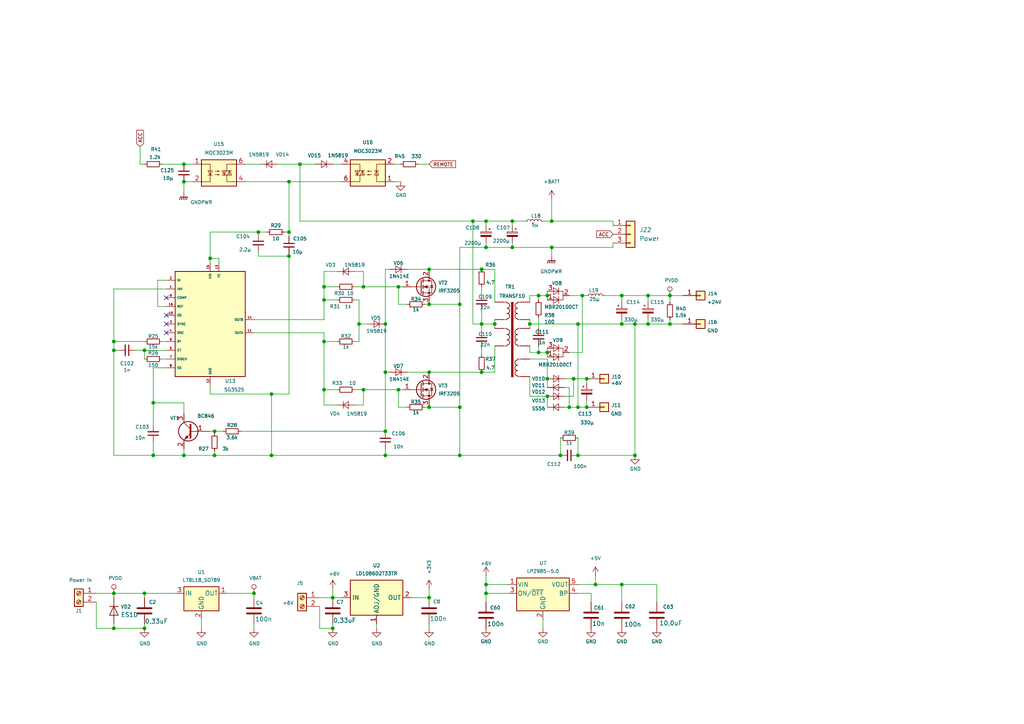
<source format=kicad_sch>
(kicad_sch (version 20230121) (generator eeschema)
  (paper "A4")
  (junction (at 33.02 172.085))
  (junction (at 158.75 114.935))
  (junction (at 160.02 71.755))
  (junction (at 166.37 109.855))
  (junction (at 133.35 132.08))
  (junction (at 74.93 67.31))
  (junction (at 153.67 93.98))
  (junction (at 33.02 182.245))
  (junction (at 78.74 132.08))
  (junction (at 187.96 85.725))
  (junction (at 111.76 93.98))
  (junction (at 60.96 74.93))
  (junction (at 53.34 52.705))
  (junction (at 41.91 182.245))
  (junction (at 83.82 52.705))
  (junction (at 124.46 173.355))
  (junction (at 96.52 173.355))
  (junction (at 137.16 64.135))
  (junction (at 93.98 86.995))
  (junction (at 194.31 85.725))
  (junction (at 180.34 85.725))
  (junction (at 86.995 47.625))
  (junction (at 168.91 85.725))
  (junction (at 73.66 172.085))
  (junction (at 167.64 132.08))
  (junction (at 33.02 101.6))
  (junction (at 162.56 132.08))
  (junction (at 62.23 132.08))
  (junction (at 33.02 99.06))
  (junction (at 140.97 169.545))
  (junction (at 180.34 169.545))
  (junction (at 105.41 83.185))
  (junction (at 184.15 132.08))
  (junction (at 180.34 93.98))
  (junction (at 133.35 118.11))
  (junction (at 105.41 113.03))
  (junction (at 124.46 118.11))
  (junction (at 194.31 93.98))
  (junction (at 53.34 132.08))
  (junction (at 160.02 64.135))
  (junction (at 140.97 71.755))
  (junction (at 139.7 93.98))
  (junction (at 167.64 118.11))
  (junction (at 44.45 132.08))
  (junction (at 158.75 109.855))
  (junction (at 83.82 67.31))
  (junction (at 62.23 125.095))
  (junction (at 124.46 107.95))
  (junction (at 170.18 118.11))
  (junction (at 140.97 64.135))
  (junction (at 167.64 93.98))
  (junction (at 111.76 107.95))
  (junction (at 158.75 102.235))
  (junction (at 133.35 88.265))
  (junction (at 115.57 113.03))
  (junction (at 93.98 99.06))
  (junction (at 156.21 102.235))
  (junction (at 41.91 172.085))
  (junction (at 139.7 107.95))
  (junction (at 148.59 64.135))
  (junction (at 41.91 101.6))
  (junction (at 158.75 85.725))
  (junction (at 83.82 74.295))
  (junction (at 124.46 88.265))
  (junction (at 44.45 116.84))
  (junction (at 104.14 93.98))
  (junction (at 96.52 182.245))
  (junction (at 139.7 78.105))
  (junction (at 78.74 114.3))
  (junction (at 148.59 71.755))
  (junction (at 111.76 125.095))
  (junction (at 143.51 93.98))
  (junction (at 165.1 118.11))
  (junction (at 111.76 132.08))
  (junction (at 124.46 78.105))
  (junction (at 170.18 109.855))
  (junction (at 53.34 47.625))
  (junction (at 140.97 172.085))
  (junction (at 156.21 85.725))
  (junction (at 93.98 113.03))
  (junction (at 93.98 83.185))
  (junction (at 172.72 169.545))
  (junction (at 115.57 83.185))
  (junction (at 184.15 93.98))
  (junction (at 187.96 93.98))
  (no_connect (at 48.26 93.98))
  (no_connect (at 48.26 86.36))
  (no_connect (at 48.26 91.44))
  (no_connect (at 48.26 96.52))
  (wire (pts (xy 53.34 130.175) (xy 53.34 132.08)))
  (wire (pts (xy 133.35 71.755) (xy 133.35 88.265)))
  (wire (pts (xy 124.46 107.95) (xy 139.7 107.95)))
  (wire (pts (xy 163.83 118.11) (xy 165.1 118.11)))
  (wire (pts (xy 171.45 172.085) (xy 171.45 174.625)))
  (wire (pts (xy 93.98 92.71) (xy 73.66 92.71)))
  (wire (pts (xy 158.75 85.725) (xy 158.75 86.995)))
  (wire (pts (xy 62.23 125.095) (xy 64.77 125.095)))
  (wire (pts (xy 158.75 109.855) (xy 158.75 112.395)))
  (wire (pts (xy 78.74 132.08) (xy 111.76 132.08)))
  (wire (pts (xy 104.14 93.98) (xy 104.14 99.06)))
  (wire (pts (xy 194.31 87.63) (xy 194.31 85.725)))
  (wire (pts (xy 96.52 173.355) (xy 99.06 173.355)))
  (wire (pts (xy 115.57 83.185) (xy 115.57 88.265)))
  (wire (pts (xy 97.79 113.03) (xy 93.98 113.03)))
  (wire (pts (xy 105.41 78.74) (xy 105.41 83.185)))
  (wire (pts (xy 109.22 180.975) (xy 109.22 182.245)))
  (wire (pts (xy 73.66 182.245) (xy 73.66 180.975)))
  (wire (pts (xy 139.7 90.17) (xy 139.7 93.98)))
  (wire (pts (xy 168.91 102.235) (xy 168.91 85.725)))
  (wire (pts (xy 157.48 64.135) (xy 160.02 64.135)))
  (wire (pts (xy 133.35 118.11) (xy 133.35 132.08)))
  (wire (pts (xy 167.64 118.11) (xy 170.18 118.11)))
  (wire (pts (xy 97.79 83.185) (xy 93.98 83.185)))
  (wire (pts (xy 160.02 64.135) (xy 177.8 64.135)))
  (wire (pts (xy 60.96 125.095) (xy 62.23 125.095)))
  (wire (pts (xy 111.76 132.08) (xy 111.76 130.175)))
  (wire (pts (xy 184.15 132.08) (xy 184.15 93.98)))
  (wire (pts (xy 180.34 169.545) (xy 180.34 174.625)))
  (wire (pts (xy 158.75 114.935) (xy 158.75 118.11)))
  (wire (pts (xy 40.64 42.545) (xy 40.64 47.625)))
  (wire (pts (xy 83.82 74.295) (xy 83.82 114.3)))
  (wire (pts (xy 41.91 173.355) (xy 41.91 172.085)))
  (wire (pts (xy 160.02 71.755) (xy 160.02 74.295)))
  (wire (pts (xy 86.995 47.625) (xy 91.44 47.625)))
  (wire (pts (xy 175.26 85.725) (xy 180.34 85.725)))
  (wire (pts (xy 172.72 169.545) (xy 180.34 169.545)))
  (wire (pts (xy 143.51 93.98) (xy 139.7 93.98)))
  (wire (pts (xy 119.38 173.355) (xy 124.46 173.355)))
  (wire (pts (xy 33.02 172.085) (xy 33.02 173.355)))
  (wire (pts (xy 71.12 47.625) (xy 75.565 47.625)))
  (wire (pts (xy 111.76 107.95) (xy 111.76 125.095)))
  (wire (pts (xy 187.96 87.63) (xy 187.96 85.725)))
  (wire (pts (xy 93.98 96.52) (xy 93.98 99.06)))
  (wire (pts (xy 168.91 85.725) (xy 170.18 85.725)))
  (wire (pts (xy 140.97 169.545) (xy 147.32 169.545)))
  (wire (pts (xy 194.31 92.71) (xy 194.31 93.98)))
  (wire (pts (xy 148.59 65.405) (xy 148.59 64.135)))
  (wire (pts (xy 33.02 101.6) (xy 33.02 132.08)))
  (wire (pts (xy 147.32 172.085) (xy 140.97 172.085)))
  (wire (pts (xy 137.16 64.135) (xy 140.97 64.135)))
  (wire (pts (xy 97.79 86.995) (xy 93.98 86.995)))
  (wire (pts (xy 124.46 88.265) (xy 133.35 88.265)))
  (wire (pts (xy 102.87 113.03) (xy 105.41 113.03)))
  (wire (pts (xy 133.35 88.265) (xy 133.35 118.11)))
  (wire (pts (xy 53.34 132.08) (xy 62.23 132.08)))
  (wire (pts (xy 102.87 117.475) (xy 105.41 117.475)))
  (wire (pts (xy 115.57 118.11) (xy 118.11 118.11)))
  (wire (pts (xy 124.46 182.245) (xy 124.46 180.975)))
  (wire (pts (xy 83.82 73.66) (xy 83.82 74.295)))
  (wire (pts (xy 62.23 132.08) (xy 62.23 130.81)))
  (wire (pts (xy 158.75 84.455) (xy 158.75 85.725)))
  (wire (pts (xy 48.26 106.68) (xy 44.45 106.68)))
  (wire (pts (xy 60.96 76.2) (xy 60.96 74.93)))
  (wire (pts (xy 93.98 113.03) (xy 93.98 99.06)))
  (wire (pts (xy 167.64 93.98) (xy 180.34 93.98)))
  (wire (pts (xy 166.37 114.935) (xy 166.37 109.855)))
  (wire (pts (xy 27.94 174.625) (xy 27.94 182.245)))
  (wire (pts (xy 33.02 99.06) (xy 33.02 101.6)))
  (wire (pts (xy 41.91 182.245) (xy 41.91 180.975)))
  (wire (pts (xy 41.91 172.085) (xy 50.8 172.085)))
  (wire (pts (xy 53.34 52.705) (xy 55.88 52.705)))
  (wire (pts (xy 74.93 67.31) (xy 74.93 67.945)))
  (wire (pts (xy 46.99 47.625) (xy 53.34 47.625)))
  (wire (pts (xy 167.64 93.98) (xy 167.64 118.11)))
  (wire (pts (xy 33.02 182.245) (xy 41.91 182.245)))
  (wire (pts (xy 115.57 88.265) (xy 118.11 88.265)))
  (wire (pts (xy 180.34 85.725) (xy 187.96 85.725)))
  (wire (pts (xy 104.14 99.06) (xy 102.87 99.06)))
  (wire (pts (xy 62.23 132.08) (xy 78.74 132.08)))
  (wire (pts (xy 177.8 65.405) (xy 177.8 64.135)))
  (wire (pts (xy 148.59 71.755) (xy 140.97 71.755)))
  (wire (pts (xy 163.83 112.395) (xy 165.1 112.395)))
  (wire (pts (xy 48.26 83.82) (xy 33.02 83.82)))
  (wire (pts (xy 102.87 86.995) (xy 104.14 86.995)))
  (wire (pts (xy 97.79 78.74) (xy 93.98 78.74)))
  (wire (pts (xy 93.98 113.03) (xy 93.98 117.475)))
  (wire (pts (xy 44.45 106.68) (xy 44.45 116.84)))
  (wire (pts (xy 80.645 47.625) (xy 86.995 47.625)))
  (wire (pts (xy 92.71 175.895) (xy 92.71 182.245)))
  (wire (pts (xy 148.59 70.485) (xy 148.59 71.755)))
  (wire (pts (xy 74.93 67.31) (xy 77.47 67.31)))
  (wire (pts (xy 165.1 118.11) (xy 167.64 118.11)))
  (wire (pts (xy 153.67 100.33) (xy 153.67 102.235)))
  (wire (pts (xy 184.15 93.98) (xy 187.96 93.98)))
  (wire (pts (xy 194.31 85.725) (xy 198.12 85.725)))
  (wire (pts (xy 93.98 83.185) (xy 93.98 86.995)))
  (wire (pts (xy 41.91 101.6) (xy 48.26 101.6)))
  (wire (pts (xy 45.72 81.28) (xy 45.72 88.9)))
  (wire (pts (xy 111.76 125.095) (xy 69.85 125.095)))
  (wire (pts (xy 78.74 114.3) (xy 78.74 132.08)))
  (wire (pts (xy 114.3 47.625) (xy 116.205 47.625)))
  (wire (pts (xy 106.68 93.98) (xy 104.14 93.98)))
  (wire (pts (xy 114.3 52.705) (xy 116.205 52.705)))
  (wire (pts (xy 33.02 99.06) (xy 41.91 99.06)))
  (wire (pts (xy 105.41 113.03) (xy 115.57 113.03)))
  (wire (pts (xy 111.76 107.95) (xy 111.76 93.98)))
  (wire (pts (xy 83.82 68.58) (xy 83.82 67.31)))
  (wire (pts (xy 139.7 83.185) (xy 139.7 85.09)))
  (wire (pts (xy 160.02 71.755) (xy 177.8 71.755)))
  (wire (pts (xy 45.72 88.9) (xy 48.26 88.9)))
  (wire (pts (xy 153.67 109.22) (xy 153.67 114.935)))
  (wire (pts (xy 124.46 118.11) (xy 133.35 118.11)))
  (wire (pts (xy 73.66 173.355) (xy 73.66 172.085)))
  (wire (pts (xy 140.97 172.085) (xy 140.97 169.545)))
  (wire (pts (xy 165.1 112.395) (xy 165.1 118.11)))
  (wire (pts (xy 33.02 180.975) (xy 33.02 182.245)))
  (wire (pts (xy 166.37 109.855) (xy 163.83 109.855)))
  (wire (pts (xy 93.98 117.475) (xy 97.79 117.475)))
  (wire (pts (xy 66.04 172.085) (xy 73.66 172.085)))
  (wire (pts (xy 156.21 102.235) (xy 158.75 102.235)))
  (wire (pts (xy 177.8 70.485) (xy 177.8 71.755)))
  (wire (pts (xy 158.75 102.235) (xy 158.75 103.505)))
  (wire (pts (xy 60.96 111.76) (xy 60.96 114.3)))
  (wire (pts (xy 167.64 172.085) (xy 171.45 172.085)))
  (wire (pts (xy 156.21 100.33) (xy 156.21 102.235)))
  (wire (pts (xy 158.75 104.14) (xy 158.75 109.855)))
  (wire (pts (xy 71.12 52.705) (xy 83.82 52.705)))
  (wire (pts (xy 123.19 88.265) (xy 124.46 88.265)))
  (wire (pts (xy 156.21 86.995) (xy 156.21 85.725)))
  (wire (pts (xy 165.1 102.235) (xy 168.91 102.235)))
  (wire (pts (xy 187.96 85.725) (xy 194.31 85.725)))
  (wire (pts (xy 170.18 109.855) (xy 170.18 111.125)))
  (wire (pts (xy 187.96 92.71) (xy 187.96 93.98)))
  (wire (pts (xy 158.75 100.965) (xy 158.75 102.235)))
  (wire (pts (xy 105.41 83.185) (xy 115.57 83.185)))
  (wire (pts (xy 44.45 116.84) (xy 44.45 123.19)))
  (wire (pts (xy 180.34 93.98) (xy 184.15 93.98)))
  (wire (pts (xy 156.21 92.075) (xy 156.21 95.25)))
  (wire (pts (xy 60.96 67.31) (xy 74.93 67.31)))
  (wire (pts (xy 194.31 93.98) (xy 198.12 93.98)))
  (wire (pts (xy 33.02 83.82) (xy 33.02 99.06)))
  (wire (pts (xy 63.5 76.2) (xy 63.5 74.93)))
  (wire (pts (xy 140.97 167.005) (xy 140.97 169.545)))
  (wire (pts (xy 153.67 87.63) (xy 153.67 85.725)))
  (wire (pts (xy 139.7 107.95) (xy 143.51 107.95)))
  (wire (pts (xy 58.42 182.245) (xy 58.42 179.705)))
  (wire (pts (xy 143.51 78.105) (xy 143.51 87.63)))
  (wire (pts (xy 167.64 132.08) (xy 167.64 127)))
  (wire (pts (xy 113.03 107.95) (xy 111.76 107.95)))
  (wire (pts (xy 83.82 114.3) (xy 78.74 114.3)))
  (wire (pts (xy 104.14 86.995) (xy 104.14 93.98)))
  (wire (pts (xy 180.34 92.71) (xy 180.34 93.98)))
  (wire (pts (xy 102.87 83.185) (xy 105.41 83.185)))
  (wire (pts (xy 137.16 93.98) (xy 139.7 93.98)))
  (wire (pts (xy 163.83 114.935) (xy 166.37 114.935)))
  (wire (pts (xy 41.91 104.14) (xy 41.91 101.6)))
  (wire (pts (xy 96.52 47.625) (xy 99.06 47.625)))
  (wire (pts (xy 165.1 85.725) (xy 168.91 85.725)))
  (wire (pts (xy 62.23 125.73) (xy 62.23 125.095)))
  (wire (pts (xy 102.87 78.74) (xy 105.41 78.74)))
  (wire (pts (xy 143.51 107.95) (xy 143.51 100.33)))
  (wire (pts (xy 153.67 102.235) (xy 156.21 102.235)))
  (wire (pts (xy 53.34 116.84) (xy 44.45 116.84)))
  (wire (pts (xy 140.97 70.485) (xy 140.97 71.755)))
  (wire (pts (xy 166.37 109.855) (xy 170.18 109.855)))
  (wire (pts (xy 86.995 64.135) (xy 137.16 64.135)))
  (wire (pts (xy 143.51 93.98) (xy 143.51 95.25)))
  (wire (pts (xy 44.45 128.27) (xy 44.45 132.08)))
  (wire (pts (xy 83.82 52.705) (xy 99.06 52.705)))
  (wire (pts (xy 139.7 102.87) (xy 139.7 100.965)))
  (wire (pts (xy 153.67 104.14) (xy 158.75 104.14)))
  (wire (pts (xy 123.19 118.11) (xy 124.46 118.11)))
  (wire (pts (xy 157.48 179.705) (xy 157.48 182.245)))
  (wire (pts (xy 160.02 57.785) (xy 160.02 64.135)))
  (wire (pts (xy 105.41 117.475) (xy 105.41 113.03)))
  (wire (pts (xy 124.46 78.105) (xy 139.7 78.105)))
  (wire (pts (xy 167.64 169.545) (xy 172.72 169.545)))
  (wire (pts (xy 96.52 170.815) (xy 96.52 173.355)))
  (wire (pts (xy 27.94 172.085) (xy 33.02 172.085)))
  (wire (pts (xy 156.21 85.725) (xy 158.75 85.725)))
  (wire (pts (xy 93.98 78.74) (xy 93.98 83.185)))
  (wire (pts (xy 187.96 93.98) (xy 194.31 93.98)))
  (wire (pts (xy 113.03 78.105) (xy 111.76 78.105)))
  (wire (pts (xy 60.96 74.93) (xy 63.5 74.93)))
  (wire (pts (xy 60.96 67.31) (xy 60.96 74.93)))
  (wire (pts (xy 121.285 47.625) (xy 124.46 47.625)))
  (wire (pts (xy 167.64 132.08) (xy 184.15 132.08)))
  (wire (pts (xy 73.66 96.52) (xy 93.98 96.52)))
  (wire (pts (xy 170.18 116.205) (xy 170.18 118.11)))
  (wire (pts (xy 124.46 170.815) (xy 124.46 173.355)))
  (wire (pts (xy 162.56 132.08) (xy 133.35 132.08)))
  (wire (pts (xy 115.57 113.03) (xy 115.57 118.11)))
  (wire (pts (xy 53.34 52.705) (xy 53.34 55.88)))
  (wire (pts (xy 190.5 169.545) (xy 190.5 174.625)))
  (wire (pts (xy 97.79 99.06) (xy 93.98 99.06)))
  (wire (pts (xy 148.59 64.135) (xy 140.97 64.135)))
  (wire (pts (xy 93.98 86.995) (xy 93.98 92.71)))
  (wire (pts (xy 96.52 182.245) (xy 96.52 180.975)))
  (wire (pts (xy 153.67 93.98) (xy 167.64 93.98)))
  (wire (pts (xy 40.64 47.625) (xy 41.91 47.625)))
  (wire (pts (xy 115.57 113.03) (xy 116.84 113.03)))
  (wire (pts (xy 172.72 169.545) (xy 172.72 167.005)))
  (wire (pts (xy 111.76 132.08) (xy 133.35 132.08)))
  (wire (pts (xy 46.99 99.06) (xy 48.26 99.06)))
  (wire (pts (xy 140.97 172.085) (xy 140.97 174.625)))
  (wire (pts (xy 74.93 73.025) (xy 74.93 74.295)))
  (wire (pts (xy 74.93 74.295) (xy 83.82 74.295)))
  (wire (pts (xy 48.26 81.28) (xy 45.72 81.28)))
  (wire (pts (xy 152.4 64.135) (xy 148.59 64.135)))
  (wire (pts (xy 124.46 78.105) (xy 118.11 78.105)))
  (wire (pts (xy 39.37 101.6) (xy 41.91 101.6)))
  (wire (pts (xy 153.67 85.725) (xy 156.21 85.725)))
  (wire (pts (xy 115.57 83.185) (xy 116.84 83.185)))
  (wire (pts (xy 53.34 120.015) (xy 53.34 116.84)))
  (wire (pts (xy 92.71 173.355) (xy 96.52 173.355)))
  (wire (pts (xy 139.7 78.105) (xy 143.51 78.105)))
  (wire (pts (xy 92.71 182.245) (xy 96.52 182.245)))
  (wire (pts (xy 133.35 71.755) (xy 140.97 71.755)))
  (wire (pts (xy 27.94 182.245) (xy 33.02 182.245)))
  (wire (pts (xy 33.02 132.08) (xy 44.45 132.08)))
  (wire (pts (xy 124.46 107.95) (xy 118.11 107.95)))
  (wire (pts (xy 86.995 47.625) (xy 86.995 64.135)))
  (wire (pts (xy 137.16 64.135) (xy 137.16 93.98)))
  (wire (pts (xy 180.34 87.63) (xy 180.34 85.725)))
  (wire (pts (xy 53.34 47.625) (xy 55.88 47.625)))
  (wire (pts (xy 83.82 52.705) (xy 83.82 67.31)))
  (wire (pts (xy 153.67 93.98) (xy 153.67 95.25)))
  (wire (pts (xy 33.02 172.085) (xy 41.91 172.085)))
  (wire (pts (xy 153.67 114.935) (xy 158.75 114.935)))
  (wire (pts (xy 160.02 71.755) (xy 148.59 71.755)))
  (wire (pts (xy 82.55 67.31) (xy 83.82 67.31)))
  (wire (pts (xy 44.45 132.08) (xy 53.34 132.08)))
  (wire (pts (xy 46.99 104.14) (xy 48.26 104.14)))
  (wire (pts (xy 33.02 101.6) (xy 34.29 101.6)))
  (wire (pts (xy 111.76 78.105) (xy 111.76 93.98)))
  (wire (pts (xy 162.56 127) (xy 162.56 132.08)))
  (wire (pts (xy 60.96 114.3) (xy 78.74 114.3)))
  (wire (pts (xy 139.7 93.98) (xy 139.7 95.885)))
  (wire (pts (xy 153.67 92.71) (xy 153.67 93.98)))
  (wire (pts (xy 143.51 92.71) (xy 143.51 93.98)))
  (wire (pts (xy 140.97 65.405) (xy 140.97 64.135)))
  (wire (pts (xy 180.34 169.545) (xy 190.5 169.545)))
  (global_label "ACC" (shape input) (at 177.8 67.945 180) (effects (font (size 1 1))) (property "Intersheetrefs" "${INTERSHEET_REFS}" (effects hide)))
  (global_label "ACC" (shape input) (at 40.64 42.545 90) (effects (font (size 1 1))) (property "Intersheetrefs" "${INTERSHEET_REFS}" (effects hide)))
  (global_label "REMOTE" (shape input) (at 124.46 47.625 0) (effects (font (size 1 1))) (property "Intersheetrefs" "${INTERSHEET_REFS}" (effects hide)))
  (symbol (lib_id "AMPP_1466_V0-rescue:+3.3V-power") (at 124.46 170.815 0) (unit 1)
    (property "Reference" "#PWR037" (effects hide))
    (property "Value" "+3.3V" (at 124.46 164.465 90) (effects (font (size 1 1))))
  )
  (symbol (lib_id "Источник-24в-на-SG3525-rescue:CP_Small-my") (at 140.97 67.945 0) (mirror y) (unit 1)
    (property "Reference" "C108" (at 139.065 66.04 0) (effects (font (size 1 1)) (justify left)))
    (property "Value" "2200μ" (at 139.7 70.485 0) (effects (font (size 1 1)) (justify left)))
    (property "Footprint" "Capacitor_THT:CP_Radial_D14.0mm_P5.00mm" (effects hide))
  )
  (symbol (lib_id "AMPP_1466_V0-rescue:LD1086D2T33TR-Regulator_Linear") (at 109.22 173.355 0) (unit 1)
    (property "Reference" "U2" (at 109.22 164.0332 0) (effects (font (size 1 1))))
    (property "Value" "LD1086D2T33TR" (at 109.22 166.3446 0) (effects (font (size 1 1))))
    (property "Footprint" "Package_TO_SOT_SMD:TO-263-2" (effects hide))
    (property "Datasheet" "https://www.st.com/resource/en/datasheet/ld1086.pdf" (effects hide))
    (property "MP" "LD1086D2T33TR" (effects hide))
  )
  (symbol (lib_id "Transistor_FET:IRF3205") (at 121.92 113.03 0) (unit 1)
    (property "Reference" "VT3" (at 127.127 111.8616 0) (effects (font (size 1 1)) (justify left)))
    (property "Value" "IRF3205" (at 127.127 114.173 0) (effects (font (size 1 1)) (justify left)))
    (property "Footprint" "Package_TO_SOT_THT:TO-220-3_Horizontal_TabUp" (effects hide))
    (property "Datasheet" "http://www.irf.com/product-info/datasheets/data/irf3205.pdf" (effects hide))
  )
  (symbol (lib_id "AMPP_1466_V0-rescue:C-Device") (at 171.45 178.435 0) (mirror x) (unit 1)
    (property "Reference" "C61" (at 172.212 176.276 0) (effects (font (size 1 1)) (justify left)))
    (property "Value" "CAP_10n_50V_X7R_0603" (effects hide))
    (property "Footprint" "Capacitor_SMD:C_0603_1608Metric" (effects hide))
    (property "Value" "10n" (at 173.609 180.848 0))
    (property "MP" "CL10B103KB8NNNC" (effects hide))
  )
  (symbol (lib_id "power:+BATT") (at 160.02 57.785 0) (unit 1)
    (property "Reference" "#PWR051" (effects hide))
    (property "Value" "+BATT" (at 160.02 52.705 0) (effects (font (size 1 1))))
  )
  (symbol (lib_id "AMPP_1466_V0-rescue:PVDD-my") (at 33.02 172.085 0) (unit 1)
    (property "Reference" "#PWR08" (effects hide))
    (property "Value" "PVDD" (at 33.4518 167.6908 0) (effects (font (size 1 1))))
  )
  (symbol (lib_id "AMPP_1466_V0-rescue:GND-power") (at 109.22 182.245 0) (unit 1)
    (property "Reference" "#PWR036" (effects hide))
    (property "Value" "GND" (at 109.347 186.6392 0) (effects (font (size 1 1))))
  )
  (symbol (lib_id "Transistor_BJT:BC846") (at 55.88 125.095 0) (mirror y) (unit 1)
    (property "Reference" "VT1" (at 52.07 121.285 0) (effects (font (size 1 1)) (justify left)))
    (property "Value" "BC846" (at 62.23 120.65 0) (effects (font (size 1 1)) (justify left)))
    (property "Footprint" "Package_TO_SOT_SMD:SOT-23" (effects hide))
    (property "Datasheet" "https://assets.nexperia.com/documents/data-sheet/BC846_SER.pdf" (effects hide))
  )
  (symbol (lib_id "Relay_SolidState:MOC3023M") (at 106.68 50.165 180) (unit 1)
    (property "Reference" "U16" (at 106.68 41.275 0) (effects (font (size 1 1))))
    (property "Value" "MOC3023M" (at 106.68 43.815 0) (effects (font (size 1 1))))
    (property "Footprint" "Package_DIP:DIP-6_W7.62mm" (effects hide))
    (property "Datasheet" "https://www.onsemi.com/pub/Collateral/MOC3023M-D.PDF" (effects hide))
  )
  (symbol (lib_id "Источник-24в-на-SG3525-rescue:D_Small-my") (at 115.57 107.95 180) (unit 1)
    (property "Reference" "VD7" (at 115.57 106.172 0) (effects (font (size 1 1))))
    (property "Value" "1N414E" (at 115.824 109.982 0) (effects (font (size 1 1))))
    (property "Footprint" "Diode_SMD:D_SMA" (effects hide))
  )
  (symbol (lib_id "AMPP_1466_V0-rescue:C-my") (at 41.91 177.165 0) (unit 1)
    (property "Reference" "C2" (at 43.18 174.625 0) (effects (font (size 1 1)) (justify left)))
    (property "Value" "CAP_0u33_50V_X7R_0603" (effects hide))
    (property "Footprint" "Capacitor_SMD:C_0603_1608Metric" (effects hide))
    (property "Value" "0,33uF" (at 45.339 180.213 0))
    (property "MP" "CL10C331JB8NNNC" (effects hide))
  )
  (symbol (lib_id "Connector_Generic:Conn_01x01") (at 175.26 118.11 0) (unit 1)
    (property "Reference" "J11" (at 177.292 117.5512 0) (effects (font (size 1 1)) (justify left)))
    (property "Value" "GND" (at 177.165 120.015 0) (effects (font (size 1 1)) (justify left)))
    (property "Footprint" "Connector_Wire:SolderWirePad_1x01_Drill2mm" (effects hide))
  )
  (symbol (lib_id "Источник-24в-на-SG3525-rescue:R_Small-my") (at 156.21 89.535 180) (unit 1)
    (property "Reference" "R38" (at 159.385 91.44 0) (effects (font (size 1 1))))
    (property "Value" "100" (at 159.385 93.345 0) (effects (font (size 1 1))))
    (property "Footprint" "Resistor_THT:R_Axial_DIN0204_L3.6mm_D1.6mm_P5.08mm_Vertical" (effects hide))
  )
  (symbol (lib_id "Источник-24в-на-SG3525-rescue:R_Small-my") (at 100.33 99.06 270) (unit 1)
    (property "Reference" "R32" (at 100.33 97.536 90) (effects (font (size 1 1))))
    (property "Value" "1k" (at 100.33 100.584 90) (effects (font (size 1 1))))
    (property "Footprint" "Resistor_SMD:R_0805_2012Metric" (effects hide))
  )
  (symbol (lib_id "AMPP_1466_V0-rescue:C-my") (at 73.66 177.165 0) (unit 1)
    (property "Reference" "C4" (at 74.168 174.879 0) (effects (font (size 1 1)) (justify left)))
    (property "Value" "CAP_100n_50V_X7R_0603" (effects hide))
    (property "Footprint" "Capacitor_SMD:C_0603_1608Metric" (effects hide))
    (property "Value" "100n" (at 76.454 179.578 0))
    (property "MP" "CL10B104JB8NNNC" (effects hide))
  )
  (symbol (lib_id "AMPP_1466_V0-rescue:GND-power") (at 96.52 182.245 0) (unit 1)
    (property "Reference" "#PWR019" (effects hide))
    (property "Value" "GND" (at 96.647 186.6392 0) (effects (font (size 1 1))))
  )
  (symbol (lib_id "AMPP_1466_V0-rescue:C-my") (at 96.52 177.165 0) (unit 1)
    (property "Reference" "C7" (at 97.536 174.625 0) (effects (font (size 1 1)) (justify left)))
    (property "Value" "CAP_0u33_50V_X7R_0603" (effects hide))
    (property "Footprint" "Capacitor_SMD:C_0603_1608Metric" (effects hide))
    (property "Value" "0,33uF" (at 99.949 179.959 0))
    (property "MP" "CL10C331JB8NNNC" (effects hide))
  )
  (symbol (lib_id "Источник-24в-на-SG3525-rescue:L_Small-my") (at 154.94 64.135 270) (mirror x) (unit 1)
    (property "Reference" "L18" (at 155.448 62.611 90) (effects (font (size 1 1))))
    (property "Value" "5μ" (at 155.194 65.151 90) (effects (font (size 1 1))))
    (property "Footprint" "my:L_Axial_L26.0mm_D9.0mm_P5.08mm_Vertical" (effects hide))
  )
  (symbol (lib_id "Relay_SolidState:MOC3023M") (at 63.5 50.165 0) (unit 1)
    (property "Reference" "U15" (at 63.5 41.783 0) (effects (font (size 1 1))))
    (property "Value" "MOC3023M" (at 63.5 44.323 0) (effects (font (size 1 1))))
    (property "Footprint" "Package_DIP:DIP-6_W7.62mm" (effects hide))
    (property "Datasheet" "https://www.onsemi.com/pub/Collateral/MOC3023M-D.PDF" (effects hide))
  )
  (symbol (lib_id "Источник-24в-на-SG3525-rescue:D_Double_Small-my") (at 161.29 85.725 180) (unit 1)
    (property "Reference" "VD8" (at 161.544 82.169 0) (effects (font (size 1 1))))
    (property "Value" "MBR20100CT" (at 162.814 89.027 0) (effects (font (size 1 1))))
    (property "Footprint" "Package_TO_SOT_THT:TO-220-3_Horizontal_TabUp" (effects hide))
  )
  (symbol (lib_id "AMPP_1466_V0-rescue:GND-power") (at 190.5 182.245 0) (unit 1)
    (property "Reference" "#PWR045" (effects hide))
    (property "Value" "GND" (at 190.5 186.055 0) (effects (font (size 1 1))))
  )
  (symbol (lib_id "Источник-24в-на-SG3525-rescue:R_Small-my") (at 120.65 118.11 270) (unit 1)
    (property "Reference" "R35" (at 120.65 116.586 90) (effects (font (size 1 1))))
    (property "Value" "1k" (at 120.65 119.634 90) (effects (font (size 1 1))))
    (property "Footprint" "Resistor_SMD:R_0805_2012Metric" (effects hide))
  )
  (symbol (lib_id "AMPP_1466_V0-rescue:C-my") (at 124.46 177.165 0) (unit 1)
    (property "Reference" "C8" (at 125.603 174.498 0) (effects (font (size 1 1)) (justify left)))
    (property "Value" "CAP_100n_50V_X7R_0603" (effects hide))
    (property "Footprint" "Capacitor_SMD:C_0603_1608Metric" (effects hide))
    (property "Value" "100n" (at 127.127 179.451 0))
    (property "MP" "CL10B104JB8NNNC" (effects hide))
  )
  (symbol (lib_id "AMPP_1466_V0-rescue:+6V-power") (at 140.97 167.005 0) (unit 1)
    (property "Reference" "#PWR039" (effects hide))
    (property "Value" "+6V" (at 140.97 163.449 0) (effects (font (size 1 1))))
  )
  (symbol (lib_id "AMPP_1466_V0-rescue:GND-power") (at 73.66 182.245 0) (unit 1)
    (property "Reference" "#PWR014" (effects hide))
    (property "Value" "GND" (at 73.787 186.6392 0) (effects (font (size 1 1))))
  )
  (symbol (lib_id "AMPP_1466_V0-rescue:VBAT-my") (at 73.66 172.085 0) (unit 1)
    (property "Reference" "#PWR013" (effects hide))
    (property "Value" "VBAT" (at 74.0918 167.6908 0) (effects (font (size 1 1))))
  )
  (symbol (lib_id "Connector_Generic:Conn_01x01") (at 175.26 109.855 0) (unit 1)
    (property "Reference" "J10" (at 177.292 109.2962 0) (effects (font (size 1 1)) (justify left)))
    (property "Value" "+6V" (at 177.165 111.125 0) (effects (font (size 1 1)) (justify left)))
    (property "Footprint" "Connector_Wire:SolderWirePad_1x01_Drill2mm" (effects hide))
  )
  (symbol (lib_id "power:GND") (at 116.205 52.705 0) (unit 1)
    (property "Reference" "#PWR054" (effects hide))
    (property "Value" "GND" (at 116.332 56.6166 0) (effects (font (size 1 1))))
  )
  (symbol (lib_id "Источник-24в-на-SG3525-rescue:CP_Small-my") (at 180.34 90.17 0) (unit 1)
    (property "Reference" "C114" (at 181.61 87.63 0) (effects (font (size 1 1)) (justify left)))
    (property "Value" "330μ" (at 180.975 92.71 0) (effects (font (size 1 1)) (justify left)))
    (property "Footprint" "Capacitor_THT:CP_Radial_D10.0mm_P5.00mm" (effects hide))
  )
  (symbol (lib_id "power:GNDPWR") (at 160.02 74.295 0) (unit 1)
    (property "Reference" "#PWR048" (effects hide))
    (property "Value" "GNDPWR" (at 159.893 78.74 0) (effects (font (size 1 1))))
  )
  (symbol (lib_id "Источник-24в-на-SG3525-rescue:C_Small-my") (at 165.1 132.08 270) (unit 1)
    (property "Reference" "C112" (at 160.655 134.62 90) (effects (font (size 1 1))))
    (property "Value" "100n" (at 168.275 135.255 90) (effects (font (size 1 1))))
    (property "Footprint" "Capacitor_SMD:C_0805_2012Metric" (effects hide))
  )
  (symbol (lib_id "AMPP_1466_V0-rescue:Screw_Terminal_01x02-Connector") (at 87.63 173.355 0) (mirror y) (unit 1)
    (property "Reference" "J5" (at 86.995 169.164 0) (effects (font (size 1 1))))
    (property "Value" "+6V" (at 83.566 174.879 0) (effects (font (size 1 1))))
    (property "Footprint" "TerminalBlock_Phoenix:TerminalBlock_Phoenix_MKDS-1,5-2-5.08_1x02_P5.08mm_Horizontal" (effects hide))
  )
  (symbol (lib_id "Источник-24в-на-SG3525-rescue:D_Small-my") (at 161.29 114.935 180) (unit 1)
    (property "Reference" "VD12" (at 156.21 113.665 0) (effects (font (size 1 1))))
    (property "Value" "SS56" (effects hide))
    (property "Footprint" "Diode_SMD:D_SMC" (effects hide))
  )
  (symbol (lib_id "Источник-24в-на-SG3525-rescue:R_Small-my") (at 62.23 128.27 180) (unit 1)
    (property "Reference" "R27" (at 59.055 130.175 0) (effects (font (size 1 1))))
    (property "Value" "3k" (at 65.405 130.175 0) (effects (font (size 1 1))))
    (property "Footprint" "Resistor_SMD:R_0805_2012Metric" (effects hide))
  )
  (symbol (lib_id "power:GNDPWR") (at 53.34 55.88 0) (unit 1)
    (property "Reference" "#PWR049" (effects hide))
    (property "Value" "GNDPWR" (at 58.42 58.674 0) (effects (font (size 1 1))))
  )
  (symbol (lib_id "AMPP_1466_V0-rescue:L78L18_SOT89-Regulator_Linear") (at 58.42 172.085 0) (unit 1)
    (property "Reference" "U1" (at 58.42 165.9382 0) (effects (font (size 1 1))))
    (property "Value" "L78L18_SOT89" (at 58.42 168.2496 0) (effects (font (size 1 1))))
    (property "Footprint" "Package_TO_SOT_SMD:SOT-89-3" (effects hide))
    (property "Datasheet" "http://www.st.com/content/ccc/resource/technical/document/datasheet/15/55/e5/aa/23/5b/43/fd/CD00000446.pdf/files/CD00000446.pdf/jcr:content/translations/en.CD00000446.pdf" (effects hide))
    (property "MP" "L78L18ACUTR" (effects hide))
  )
  (symbol (lib_id "Источник-24в-на-SG3525-rescue:TRANSF10-my") (at 148.59 95.25 0) (unit 1)
    (property "Reference" "TR1" (at 147.955 83.185 0) (effects (font (size 1 1))))
    (property "Value" "TRANSF10" (at 148.59 85.852 0) (effects (font (size 1 1))))
    (property "Footprint" "my:Trans10_Toroid_Horizontal_D60mm" (effects hide))
  )
  (symbol (lib_id "Источник-24в-на-SG3525-rescue:R_Small-my") (at 44.45 99.06 270) (unit 1)
    (property "Reference" "R25" (at 44.45 97.536 90) (effects (font (size 1 1))))
    (property "Value" "15k" (at 44.45 100.584 90) (effects (font (size 1 1))))
    (property "Footprint" "Resistor_SMD:R_0805_2012Metric" (effects hide))
  )
  (symbol (lib_id "Источник-24в-на-SG3525-rescue:R_Small-my") (at 118.745 47.625 270) (unit 1)
    (property "Reference" "R45" (at 115.951 45.339 90) (effects (font (size 1 1))))
    (property "Value" "330" (at 120.777 45.339 90) (effects (font (size 1 1))))
    (property "Footprint" "Resistor_SMD:R_0805_2012Metric" (effects hide))
  )
  (symbol (lib_id "Источник-24в-на-SG3525-rescue:D_Small-my") (at 161.29 118.11 0) (unit 1)
    (property "Reference" "VD13" (at 156.21 116.205 0) (effects (font (size 1 1))))
    (property "Value" "SS56" (effects hide))
    (property "Footprint" "Diode_SMD:D_SMC" (effects hide))
  )
  (symbol (lib_id "Источник-24в-на-SG3525-rescue:C_Small-my") (at 53.34 50.165 0) (unit 1)
    (property "Reference" "C125" (at 48.514 49.403 0) (effects (font (size 1 1))))
    (property "Value" "10μ" (at 48.768 51.689 0) (effects (font (size 1 1))))
    (property "Footprint" "Capacitor_SMD:C_1206_3216Metric" (effects hide))
  )
  (symbol (lib_id "AMPP_1466_V0-rescue:+5V-power") (at 172.72 167.005 0) (unit 1)
    (property "Reference" "#PWR043" (effects hide))
    (property "Value" "+5V" (at 172.72 161.925 0) (effects (font (size 1 1))))
  )
  (symbol (lib_id "AMPP_1466_V0-rescue:GND-power") (at 171.45 182.245 0) (unit 1)
    (property "Reference" "#PWR042" (effects hide))
    (property "Value" "GND" (at 171.45 186.055 0) (effects (font (size 1 1))))
  )
  (symbol (lib_id "Источник-24в-на-SG3525-rescue:R_Small-my") (at 100.33 86.995 270) (unit 1)
    (property "Reference" "R31" (at 97.155 88.9 90) (effects (font (size 1 1))))
    (property "Value" "1k" (at 100.965 88.9 90) (effects (font (size 1 1))))
    (property "Footprint" "Resistor_SMD:R_0805_2012Metric" (effects hide))
  )
  (symbol (lib_id "Источник-24в-на-SG3525-rescue:C_Small-my") (at 156.21 97.79 0) (unit 1)
    (property "Reference" "C111" (at 157.226 96.266 0) (effects (font (size 1 1))))
    (property "Value" "1n" (at 157.226 99.314 0) (effects (font (size 1 1))))
    (property "Footprint" "Capacitor_SMD:C_0805_2012Metric" (effects hide))
  )
  (symbol (lib_id "Источник-24в-на-SG3525-rescue:C_Small-my") (at 111.76 127.635 180) (unit 1)
    (property "Reference" "C106" (at 115.57 125.73 0) (effects (font (size 1 1))))
    (property "Value" "10n" (at 115.57 129.54 0) (effects (font (size 1 1))))
    (property "Footprint" "Capacitor_SMD:C_0805_2012Metric" (effects hide))
  )
  (symbol (lib_id "Источник-24в-на-SG3525-rescue:L_Small-my") (at 172.72 85.725 90) (unit 1)
    (property "Reference" "L19" (at 172.212 84.201 90) (effects (font (size 1 1))))
    (property "Value" "25μ" (at 172.466 86.741 90) (effects (font (size 1 1))))
    (property "Footprint" "my:L_Axial_L24.0mm_D7.5mm_P27.94mm_Horizontal_Fastron_MESC" (effects hide))
  )
  (symbol (lib_id "Источник-24в-на-SG3525-rescue:D_Small-my") (at 109.22 93.98 180) (unit 1)
    (property "Reference" "VD5" (at 108.966 92.202 0) (effects (font (size 1 1))))
    (property "Value" "1N5819" (at 109.22 96.012 0) (effects (font (size 1 1))))
    (property "Footprint" "Diode_SMD:D_SMA" (effects hide))
  )
  (symbol (lib_id "AMPP_1466_V0-rescue:C-Device") (at 190.5 178.435 0) (unit 1)
    (property "Reference" "C63" (at 192.278 176.022 0) (effects (font (size 1 1)) (justify left)))
    (property "Value" "CAP_10u0_25V_X5R_0805" (effects hide))
    (property "Footprint" "Capacitor_SMD:C_0805_2012Metric" (effects hide))
    (property "Value" "10,0uF" (at 194.564 180.721 0))
    (property "MP" "CL21A106KAYNNNE" (effects hide))
  )
  (symbol (lib_id "Источник-24в-на-SG3525-rescue:R_Small-my") (at 165.1 127 90) (unit 1)
    (property "Reference" "R39" (at 165.1 125.476 90) (effects (font (size 1 1))))
    (property "Value" "1k" (at 165.1 128.524 90) (effects (font (size 1 1))))
    (property "Footprint" "Resistor_SMD:R_0805_2012Metric" (effects hide))
  )
  (symbol (lib_id "Источник-24в-на-SG3525-rescue:C_Small-my") (at 44.45 125.73 180) (unit 1)
    (property "Reference" "C103" (at 41.275 123.825 0) (effects (font (size 1 1))))
    (property "Value" "10n" (at 40.64 127 0) (effects (font (size 1 1))))
    (property "Footprint" "Capacitor_SMD:C_0805_2012Metric" (effects hide))
  )
  (symbol (lib_id "AMPP_1466_V0-rescue:Screw_Terminal_01x02-Connector") (at 22.86 172.085 0) (mirror y) (unit 1)
    (property "Reference" "J1" (at 22.86 177.165 0) (effects (font (size 1 1))))
    (property "Value" "Power in" (at 23.368 168.275 0) (effects (font (size 1 1))))
    (property "Footprint" "my:DG16S-B-02P-13-00A(H)" (effects hide))
  )
  (symbol (lib_id "AMPP_1466_V0-rescue:GND-power") (at 180.34 182.245 0) (unit 1)
    (property "Reference" "#PWR044" (effects hide))
    (property "Value" "GND" (at 180.34 186.055 0) (effects (font (size 1 1))))
  )
  (symbol (lib_id "AMPP_1466_V0-rescue:GND-power") (at 58.42 182.245 0) (unit 1)
    (property "Reference" "#PWR012" (effects hide))
    (property "Value" "GND" (at 58.547 186.6392 0) (effects (font (size 1 1))))
  )
  (symbol (lib_id "AMPP_1466_V0-rescue:GND-power") (at 124.46 182.245 0) (unit 1)
    (property "Reference" "#PWR038" (effects hide))
    (property "Value" "GND" (at 124.587 186.6392 0) (effects (font (size 1 1))))
  )
  (symbol (lib_id "Источник-24в-на-SG3525-rescue:D_Small-my") (at 161.29 109.855 180) (unit 1)
    (property "Reference" "VD10" (at 156.21 109.855 0) (effects (font (size 1 1))))
    (property "Value" "SS56" (at 156.21 118.491 0) (effects (font (size 1 1))))
    (property "Footprint" "Diode_SMD:D_SMC" (effects hide))
  )
  (symbol (lib_id "AMPP_1466_V0-rescue:C-Device") (at 180.34 178.435 0) (mirror x) (unit 1)
    (property "Reference" "C62" (at 181.229 175.895 0) (effects (font (size 1 1)) (justify left)))
    (property "Value" "CAP_100n_50V_X7R_0603" (effects hide))
    (property "Footprint" "Capacitor_SMD:C_0603_1608Metric" (effects hide))
    (property "Value" "100n" (at 183.515 181.102 0))
    (property "MP" "CL10B104JB8NNNC" (effects hide))
  )
  (symbol (lib_id "Connector_Generic:Conn_01x03") (at 182.88 67.945 0) (unit 1)
    (property "Reference" "J22" (at 185.42 66.675 0) (effects (justify left)))
    (property "Value" "Power" (at 185.42 69.215 0) (effects (justify left)))
  )
  (symbol (lib_id "Источник-24в-на-SG3525-rescue:C_Small-my") (at 36.83 101.6 270) (unit 1)
    (property "Reference" "C102" (at 36.83 105.41 90) (effects (font (size 1 1))))
    (property "Value" "1n" (at 36.83 107.315 90) (effects (font (size 1 1))))
    (property "Footprint" "Capacitor_SMD:C_0805_2012Metric" (effects hide))
  )
  (symbol (lib_id "Источник-24в-на-SG3525-rescue:CP_Small-my") (at 170.18 113.665 0) (unit 1)
    (property "Reference" "C113" (at 167.64 120.015 0) (effects (font (size 1 1)) (justify left)))
    (property "Value" "330μ" (at 168.275 122.555 0) (effects (font (size 1 1)) (justify left)))
    (property "Footprint" "Capacitor_THT:CP_Radial_D10.0mm_P5.00mm" (effects hide))
  )
  (symbol (lib_id "Connector_Generic:Conn_01x01") (at 203.2 85.725 0) (unit 1)
    (property "Reference" "J14" (at 205.232 85.1662 0) (effects (font (size 1 1)) (justify left)))
    (property "Value" "+24V" (at 205.105 87.63 0) (effects (font (size 1 1)) (justify left)))
    (property "Footprint" "Connector_Wire:SolderWirePad_1x01_Drill2.5mm" (effects hide))
  )
  (symbol (lib_id "Источник-24в-на-SG3525-rescue:D_Small-my") (at 93.98 47.625 180) (unit 1)
    (property "Reference" "VD15" (at 91.186 45.085 0) (effects (font (size 1 1))))
    (property "Value" "1N5819" (at 98.044 45.085 0) (effects (font (size 1 1))))
    (property "Footprint" "Diode_SMD:D_SMA" (effects hide))
  )
  (symbol (lib_id "Источник-24в-на-SG3525-rescue:R_Small-my") (at 100.33 113.03 270) (unit 1)
    (property "Reference" "R33" (at 97.79 111.125 90) (effects (font (size 1 1))))
    (property "Value" "10" (at 102.235 111.125 90) (effects (font (size 1 1))))
    (property "Footprint" "Resistor_SMD:R_0805_2012Metric" (effects hide))
  )
  (symbol (lib_id "Источник-24в-на-SG3525-rescue:D_Small-my") (at 100.33 117.475 0) (unit 1)
    (property "Reference" "VD4" (at 97.155 120.015 0) (effects (font (size 1 1))))
    (property "Value" "1N5819" (at 103.505 120.015 0) (effects (font (size 1 1))))
    (property "Footprint" "Diode_SMD:D_SMA" (effects hide))
  )
  (symbol (lib_id "Источник-24в-на-SG3525-rescue:D_Small-my") (at 78.105 47.625 0) (unit 1)
    (property "Reference" "VD14" (at 81.915 44.831 0) (effects (font (size 1 1))))
    (property "Value" "1N5819" (at 75.057 44.831 0) (effects (font (size 1 1))))
    (property "Footprint" "Diode_SMD:D_SMA" (effects hide))
  )
  (symbol (lib_id "Источник-24в-на-SG3525-rescue:CP_Small-my") (at 148.59 67.945 0) (mirror y) (unit 1)
    (property "Reference" "C107" (at 147.955 66.04 0) (effects (font (size 1 1)) (justify left)))
    (property "Value" "2200μ" (at 147.955 69.85 0) (effects (font (size 1 1)) (justify left)))
    (property "Footprint" "Capacitor_THT:CP_Radial_D14.0mm_P5.00mm" (effects hide))
  )
  (symbol (lib_id "AMPP_1466_V0-rescue:LP2985-3.3-Regulator_Linear") (at 157.48 172.085 0) (unit 1)
    (property "Reference" "U7" (at 157.48 163.322 0) (effects (font (size 1 1))))
    (property "Value" "LP2985-5.0" (at 157.48 165.6842 0) (effects (font (size 1 1))))
    (property "Footprint" "Package_TO_SOT_SMD:SOT-23-5" (effects hide))
    (property "MP" "LP2985IM5-5.0/NOPB" (effects hide))
  )
  (symbol (lib_id "Источник-24в-на-SG3525-rescue:D_Double_Small-my") (at 161.29 102.235 180) (unit 1)
    (property "Reference" "VD9" (at 161.798 98.679 0) (effects (font (size 1 1))))
    (property "Value" "MBR20100CT" (at 161.036 105.791 0) (effects (font (size 1 1))))
    (property "Footprint" "Package_TO_SOT_THT:TO-220-3_Horizontal_TabUp" (effects hide))
  )
  (symbol (lib_id "Источник-24в-на-SG3525-rescue:D_Small-my") (at 115.57 78.105 180) (unit 1)
    (property "Reference" "VD6" (at 115.57 76.327 0) (effects (font (size 1 1))))
    (property "Value" "1N414E" (at 115.824 80.137 0) (effects (font (size 1 1))))
    (property "Footprint" "Diode_SMD:D_SMA" (effects hide))
  )
  (symbol (lib_id "Источник-24в-на-SG3525-rescue:C_Small-my") (at 83.82 71.12 0) (unit 1)
    (property "Reference" "C105" (at 86.995 69.215 0) (effects (font (size 1 1))))
    (property "Value" "10μ" (at 86.36 73.025 0) (effects (font (size 1 1))))
    (property "Footprint" "Capacitor_SMD:C_1206_3216Metric" (effects hide))
  )
  (symbol (lib_id "Transistor_FET:IRF3205") (at 121.92 83.185 0) (unit 1)
    (property "Reference" "VT2" (at 127.127 82.0166 0) (effects (font (size 1 1)) (justify left)))
    (property "Value" "IRF3205" (at 127.127 84.328 0) (effects (font (size 1 1)) (justify left)))
    (property "Footprint" "Package_TO_SOT_THT:TO-220-3_Horizontal_TabUp" (effects hide))
    (property "Datasheet" "http://www.irf.com/product-info/datasheets/data/irf3205.pdf" (effects hide))
  )
  (symbol (lib_id "Источник-24в-на-SG3525-rescue:R_Small-my") (at 139.7 105.41 180) (unit 1)
    (property "Reference" "R37" (at 142.24 104.14 0) (effects (font (size 1 1))))
    (property "Value" "4.7" (at 142.24 106.68 0) (effects (font (size 1 1))))
    (property "Footprint" "Resistor_THT:R_Axial_DIN0204_L3.6mm_D1.6mm_P5.08mm_Vertical" (effects hide))
  )
  (symbol (lib_id "AMPP_1466_V0-rescue:C-Device") (at 140.97 178.435 0) (mirror x) (unit 1)
    (property "Reference" "C60" (at 142.113 176.276 0) (effects (font (size 1 1)) (justify left)))
    (property "Value" "CAP_100n_50V_X7R_0603" (effects hide))
    (property "Footprint" "Capacitor_SMD:C_0603_1608Metric" (effects hide))
    (property "Value" "100n" (at 143.764 180.975 0))
    (property "MP" "CL10B104JB8NNNC" (effects hide))
  )
  (symbol (lib_id "Источник-24в-на-SG3525-rescue:SG3525-my") (at 60.96 93.98 0) (unit 1)
    (property "Reference" "U13" (at 66.802 110.49 0) (effects (font (size 1 1))))
    (property "Value" "SG3525" (at 67.945 113.03 0) (effects (font (size 1 1))))
    (property "Footprint" "Package_SO:SOIC-16_3.9x9.9mm_P1.27mm" (effects hide))
    (property "Datasheet" "www.st.com/resource/en/datasheet/sg3525.pdf" (effects hide))
  )
  (symbol (lib_id "Источник-24в-на-SG3525-rescue:R_Small-my") (at 44.45 47.625 270) (unit 1)
    (property "Reference" "R41" (at 45.212 43.307 90) (effects (font (size 1 1))))
    (property "Value" "1.2k" (at 44.958 45.593 90) (effects (font (size 1 1))))
    (property "Footprint" "Resistor_SMD:R_0805_2012Metric" (effects hide))
  )
  (symbol (lib_id "Источник-24в-на-SG3525-rescue:R_Small-my") (at 194.31 90.17 180) (unit 1)
    (property "Reference" "R40" (at 197.485 89.535 0) (effects (font (size 1 1))))
    (property "Value" "1.5k" (at 197.485 91.44 0) (effects (font (size 1 1))))
    (property "Footprint" "Resistor_THT:R_Axial_DIN0204_L3.6mm_D1.6mm_P5.08mm_Vertical" (effects hide))
  )
  (symbol (lib_id "Источник-24в-на-SG3525-rescue:R_Small-my") (at 139.7 80.645 180) (unit 1)
    (property "Reference" "R36" (at 142.24 76.835 0) (effects (font (size 1 1))))
    (property "Value" "4.7" (at 142.24 81.915 0) (effects (font (size 1 1))))
    (property "Footprint" "Resistor_THT:R_Axial_DIN0204_L3.6mm_D1.6mm_P5.08mm_Vertical" (effects hide))
  )
  (symbol (lib_id "AMPP_1466_V0-rescue:+6V-power") (at 96.52 170.815 0) (unit 1)
    (property "Reference" "#PWR015" (effects hide))
    (property "Value" "+6V" (at 96.9518 166.4208 0) (effects (font (size 1 1))))
  )
  (symbol (lib_id "AMPP_1466_V0-rescue:GND-power") (at 140.97 182.245 0) (unit 1)
    (property "Reference" "#PWR040" (effects hide))
    (property "Value" "GND" (at 140.97 186.055 0) (effects (font (size 1 1))))
  )
  (symbol (lib_id "Источник-24в-на-SG3525-rescue:CP_Small-my") (at 187.96 90.17 0) (unit 1)
    (property "Reference" "C115" (at 188.595 87.63 0) (effects (font (size 1 1)) (justify left)))
    (property "Value" "330μ" (at 188.595 92.71 0) (effects (font (size 1 1)) (justify left)))
    (property "Footprint" "Capacitor_THT:CP_Radial_D10.0mm_P5.00mm" (effects hide))
  )
  (symbol (lib_id "Источник-24в-на-SG3525-rescue:C_Small-my") (at 139.7 98.425 0) (unit 1)
    (property "Reference" "C110" (at 140.716 96.901 0) (effects (font (size 1 1))))
    (property "Value" "22n" (at 140.716 99.949 0) (effects (font (size 1 1))))
    (property "Footprint" "Capacitor_SMD:C_0805_2012Metric" (effects hide))
  )
  (symbol (lib_id "Источник-24в-на-SG3525-rescue:C_Small-my") (at 139.7 87.63 0) (unit 1)
    (property "Reference" "C109" (at 140.716 86.106 0) (effects (font (size 1 1))))
    (property "Value" "22n" (at 140.716 89.154 0) (effects (font (size 1 1))))
    (property "Footprint" "Capacitor_SMD:C_0805_2012Metric" (effects hide))
  )
  (symbol (lib_id "power:GND") (at 184.15 132.08 0) (unit 1)
    (property "Reference" "#PWR046" (effects hide))
    (property "Value" "GND" (at 184.277 135.9916 0) (effects (font (size 1 1))))
  )
  (symbol (lib_id "Источник-24в-на-SG3525-rescue:R_Small-my") (at 120.65 88.265 270) (unit 1)
    (property "Reference" "R34" (at 120.65 86.741 90) (effects (font (size 1 1))))
    (property "Value" "1k" (at 120.65 89.789 90) (effects (font (size 1 1))))
    (property "Footprint" "Resistor_SMD:R_0805_2012Metric" (effects hide))
  )
  (symbol (lib_id "Источник-24в-на-SG3525-rescue:R_Small-my") (at 67.31 125.095 270) (unit 1)
    (property "Reference" "R28" (at 67.31 123.317 90) (effects (font (size 1 1))))
    (property "Value" "3,6k" (at 67.31 126.873 90) (effects (font (size 1 1))))
    (property "Footprint" "Resistor_SMD:R_0805_2012Metric" (effects hide))
  )
  (symbol (lib_id "Источник-24в-на-SG3525-rescue:R_Small-my") (at 100.33 83.185 270) (unit 1)
    (property "Reference" "R30" (at 98.425 85.09 90) (effects (font (size 1 1))))
    (property "Value" "10" (at 101.6 85.09 90) (effects (font (size 1 1))))
    (property "Footprint" "Resistor_SMD:R_0805_2012Metric" (effects hide))
  )
  (symbol (lib_id "Источник-24в-на-SG3525-rescue:R_Small-my") (at 44.45 104.14 270) (unit 1)
    (property "Reference" "R26" (at 44.45 102.362 90) (effects (font (size 1 1))))
    (property "Value" "150" (at 44.45 105.918 90) (effects (font (size 1 1))))
    (property "Footprint" "Resistor_SMD:R_0805_2012Metric" (effects hide))
  )
  (symbol (lib_id "AMPP_1466_V0-rescue:D-Device") (at 33.02 177.165 270) (unit 1)
    (property "Reference" "VD2" (at 35.0266 175.9966 90) (effects (font (size 1 1)) (justify left)))
    (property "Value" "ES1D" (effects hide))
    (property "Footprint" "w_smd_diode:do214ac" (effects hide))
    (property "Datasheet" "Rectifier Diode" (effects hide))
    (property "Value" "ES1D" (at 35.0266 178.308 90) (effects (justify left)))
    (property "MP" "ES1D" (effects hide))
  )
  (symbol (lib_id "Источник-24в-на-SG3525-rescue:R_Small-my") (at 80.01 67.31 270) (unit 1)
    (property "Reference" "R29" (at 80.01 65.405 90) (effects (font (size 1 1))))
    (property "Value" "10" (at 80.01 69.215 90) (effects (font (size 1 1))))
    (property "Footprint" "Resistor_SMD:R_0805_2012Metric" (effects hide))
  )
  (symbol (lib_id "Connector_Generic:Conn_01x01") (at 203.2 93.98 0) (unit 1)
    (property "Reference" "J16" (at 205.232 93.4212 0) (effects (font (size 1 1)) (justify left)))
    (property "Value" "GND" (at 205.105 95.885 0) (effects (font (size 1 1)) (justify left)))
    (property "Footprint" "Connector_Wire:SolderWirePad_1x01_Drill2.5mm" (effects hide))
  )
  (symbol (lib_id "Источник-24в-на-SG3525-rescue:D_Small-my") (at 100.33 78.74 0) (unit 1)
    (property "Reference" "VD3" (at 95.885 76.835 0) (effects (font (size 1 1))))
    (property "Value" "1N5819" (at 102.87 76.835 0) (effects (font (size 1 1))))
    (property "Footprint" "Diode_SMD:D_SMA" (effects hide))
  )
  (symbol (lib_id "Источник-24в-на-SG3525-rescue:D_Small-my") (at 161.29 112.395 0) (unit 1)
    (property "Reference" "VD11" (at 156.21 111.76 0) (effects (font (size 1 1))))
    (property "Value" "SS56" (effects hide))
    (property "Footprint" "Diode_SMD:D_SMC" (effects hide))
  )
  (symbol (lib_id "AMPP_1466_V0-rescue:PVDD-my") (at 194.31 85.725 0) (unit 1)
    (property "Reference" "#PWR047" (effects hide))
    (property "Value" "PVDD" (at 194.7418 81.3308 0) (effects (font (size 1 1))))
  )
  (symbol (lib_id "Источник-24в-на-SG3525-rescue:C_Small-my") (at 74.93 70.485 0) (unit 1)
    (property "Reference" "C104" (at 70.485 68.58 0) (effects (font (size 1 1))))
    (property "Value" "2.2μ" (at 71.12 72.39 0) (effects (font (size 1 1))))
    (property "Footprint" "Capacitor_SMD:C_1206_3216Metric" (effects hide))
  )
  (symbol (lib_id "AMPP_1466_V0-rescue:GND-power") (at 157.48 182.245 0) (unit 1)
    (property "Reference" "#PWR041" (effects hide))
    (property "Value" "GND" (at 157.48 186.055 0) (effects (font (size 1 1))))
  )
  (symbol (lib_id "AMPP_1466_V0-rescue:GND-power") (at 41.91 182.245 0) (unit 1)
    (property "Reference" "#PWR09" (effects hide))
    (property "Value" "GND" (at 42.037 186.6392 0) (effects (font (size 1 1))))
  )
)
</source>
